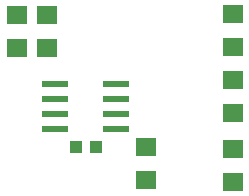
<source format=gtp>
G75*
G70*
%OFA0B0*%
%FSLAX24Y24*%
%IPPOS*%
%LPD*%
%AMOC8*
5,1,8,0,0,1.08239X$1,22.5*
%
%ADD10R,0.0709X0.0630*%
%ADD11R,0.0433X0.0394*%
%ADD12R,0.0870X0.0240*%
D10*
X012841Y001295D03*
X015741Y001245D03*
X015741Y002347D03*
X012841Y002397D03*
X015741Y003545D03*
X015741Y004647D03*
X015741Y005745D03*
X015741Y006847D03*
X009541Y006797D03*
X008541Y006797D03*
X008541Y005695D03*
X009541Y005695D03*
D11*
X010507Y002396D03*
X011176Y002396D03*
D12*
X011871Y002996D03*
X009811Y002996D03*
X009811Y003496D03*
X011871Y003496D03*
X011871Y003996D03*
X009811Y003996D03*
X009811Y004496D03*
X011871Y004496D03*
M02*

</source>
